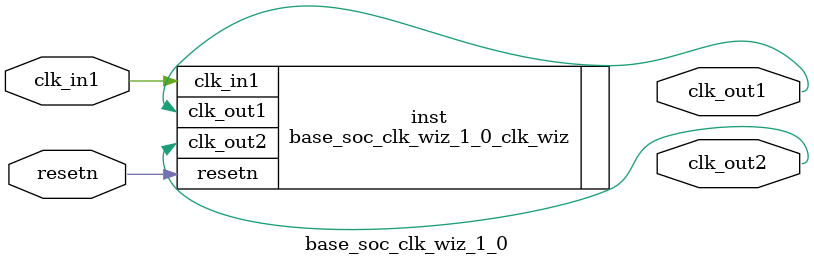
<source format=v>


`timescale 1ps/1ps

(* CORE_GENERATION_INFO = "base_soc_clk_wiz_1_0,clk_wiz_v5_3_3_0,{component_name=base_soc_clk_wiz_1_0,use_phase_alignment=true,use_min_o_jitter=false,use_max_i_jitter=false,use_dyn_phase_shift=false,use_inclk_switchover=false,use_dyn_reconfig=false,enable_axi=0,feedback_source=FDBK_AUTO,PRIMITIVE=MMCM,num_out_clk=2,clkin1_period=10.0,clkin2_period=10.0,use_power_down=false,use_reset=true,use_locked=false,use_inclk_stopped=false,feedback_type=SINGLE,CLOCK_MGR_TYPE=NA,manual_override=false}" *)

module base_soc_clk_wiz_1_0 
 (
  // Clock out ports
  output        clk_out1,
  output        clk_out2,
  // Status and control signals
  input         resetn,
 // Clock in ports
  input         clk_in1
 );

  base_soc_clk_wiz_1_0_clk_wiz inst
  (
  // Clock out ports  
  .clk_out1(clk_out1),
  .clk_out2(clk_out2),
  // Status and control signals               
  .resetn(resetn), 
 // Clock in ports
  .clk_in1(clk_in1)
  );

endmodule

</source>
